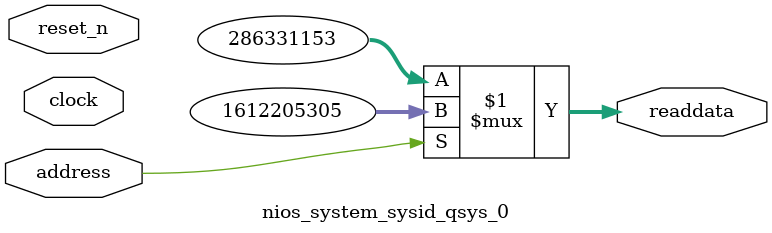
<source format=v>



// synthesis translate_off
`timescale 1ns / 1ps
// synthesis translate_on

// turn off superfluous verilog processor warnings 
// altera message_level Level1 
// altera message_off 10034 10035 10036 10037 10230 10240 10030 

module nios_system_sysid_qsys_0 (
               // inputs:
                address,
                clock,
                reset_n,

               // outputs:
                readdata
             )
;

  output  [ 31: 0] readdata;
  input            address;
  input            clock;
  input            reset_n;

  wire    [ 31: 0] readdata;
  //control_slave, which is an e_avalon_slave
  assign readdata = address ? 1612205305 : 286331153;

endmodule



</source>
